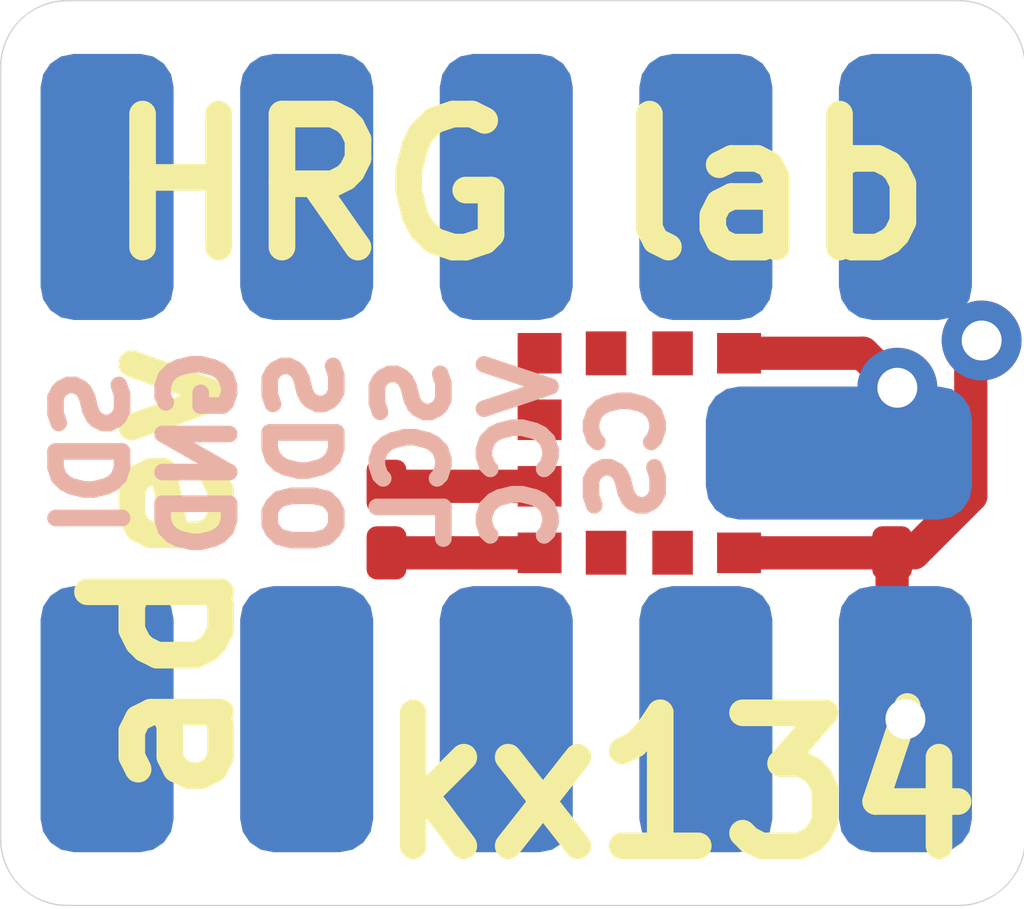
<source format=kicad_pcb>
(kicad_pcb (version 20221018) (generator pcbnew)
  (layers (0 "F.Cu" signal "Front") (31 "B.Cu" signal "Back") (34 "B.Paste" user) (35 "F.Paste" user) (36 "B.SilkS" user "B.Silkscreen") (37 "F.SilkS" user "F.Silkscreen") (38 "B.Mask" user) (39 "F.Mask" user) (44 "Edge.Cuts" user))
  (net 0 "")
  (net 4 "GND")
  (net 5 "+3.3V")
  (net 6 "/SDO")
  (net 7 "/SDI")
  (net 8 "/SCL")
  (net 9 "/CS")
  (footprint "Capacitor_SMD:C_01005_0402Metric" (layer "F.Cu") (at 141.9 91.5 -90)
    (fp_text reference "C1" hide)
    (fp_text value "1u" hide)
    (pad "1" smd roundrect (at -0.25 0 270) (size 0.4 0.3) (layers "F.Cu" "F.Mask") (net 4 "GND"))
    (pad "2" smd roundrect (at 0.25 0 270) (size 0.4 0.3) (layers "F.Cu" "F.Mask") (net 5 "+3.3V"))
  )
  (footprint "Capacitor_SMD:C_01005_0402Metric" (layer "F.Cu") (at 138.1 91.5 -90)
    (fp_text reference "C2" hide)
    (fp_text value "100n" hide)
    (pad "1" smd roundrect (at -0.25 0 270) (size 0.4 0.3) (layers "F.Cu" "F.Mask") (net 5 "+3.3V"))
    (pad "2" smd roundrect (at 0.25 0 270) (size 0.4 0.3) (layers "F.Cu" "F.Mask") (net 4 "GND"))
  )
  (footprint "00_custom-footprints:KX134-1211" (layer "F.Cu") (at 140 91)
    (fp_text reference "U1" hide)
    (fp_text value "KX134-1211" hide)
    (pad "1" smd rect (at -0.7493 -0.750001 90) (size 0.3048 0.3302) (layers "F.Cu" "F.Paste" "F.Mask") (net 6 "/SDO"))
    (pad "2" smd rect (at -0.7493 -0.25 90) (size 0.3048 0.3302) (layers "F.Cu" "F.Paste" "F.Mask") (net 7 "/SDI"))
    (pad "3" smd rect (at -0.7493 0.25 90) (size 0.3048 0.3302) (layers "F.Cu" "F.Paste" "F.Mask") (net 5 "+3.3V"))
    (pad "4" smd rect (at -0.7493 0.750001 90) (size 0.3048 0.3302) (layers "F.Cu" "F.Paste" "F.Mask") (net 4 "GND"))
    (pad "5" smd rect (at -0.25 0.7493) (size 0.3048 0.3302) (layers "F.Cu" "F.Paste" "F.Mask"))
    (pad "6" smd rect (at 0.25 0.7493) (size 0.3048 0.3302) (layers "F.Cu" "F.Paste" "F.Mask"))
    (pad "7" smd rect (at 0.7493 0.750001 90) (size 0.3048 0.3302) (layers "F.Cu" "F.Paste" "F.Mask") (net 5 "+3.3V"))
    (pad "8" smd rect (at 0.7493 0.25 90) (size 0.3048 0.3302) (layers "F.Cu" "F.Paste" "F.Mask") (net 4 "GND"))
    (pad "9" smd rect (at 0.7493 -0.25 90) (size 0.3048 0.3302) (layers "F.Cu" "F.Paste" "F.Mask") (net 4 "GND"))
    (pad "10" smd rect (at 0.7493 -0.750001 90) (size 0.3048 0.3302) (layers "F.Cu" "F.Paste" "F.Mask") (net 9 "/CS"))
    (pad "11" smd rect (at 0.25 -0.7493) (size 0.3048 0.3302) (layers "F.Cu" "F.Paste" "F.Mask"))
    (pad "12" smd rect (at -0.25 -0.7493) (size 0.3048 0.3302) (layers "F.Cu" "F.Paste" "F.Mask") (net 8 "/SCL"))
  )
  (footprint "Connector_Wire:SolderWirePad_1x01_SMD_1x2mm" (layer "B.Cu") (at 142 89 180)
    (fp_text reference "J10" hide)
    (fp_text value "Conn_01x01_Female" hide)
    (pad "1" smd roundrect (at 0 0 180) (size 1 2) (layers "B.Cu" "B.Paste" "B.Mask") (net 5 "+3.3V"))
  )
  (footprint "Connector_Wire:SolderWirePad_1x01_SMD_1x2mm" (layer "B.Cu") (at 139 89 180)
    (fp_text reference "J2" hide)
    (fp_text value "Conn_01x01_Female" hide)
    (pad "1" smd roundrect (at 0 0 180) (size 1 2) (layers "B.Cu" "B.Paste" "B.Mask") (net 6 "/SDO"))
  )
  (footprint "Connector_Wire:SolderWirePad_1x01_SMD_1x2mm" (layer "B.Cu") (at 142 93 180)
    (fp_text reference "J9" hide)
    (fp_text value "Conn_01x01_Female" hide)
    (pad "1" smd roundrect (at 0 0 180) (size 1 2) (layers "B.Cu" "B.Paste" "B.Mask") (net 5 "+3.3V"))
  )
  (footprint "Connector_Wire:SolderWirePad_1x01_SMD_1x2mm" (layer "B.Cu") (at 137.5 89 180)
    (fp_text reference "J7" hide)
    (fp_text value "Conn_01x01_Female" hide)
    (pad "1" smd roundrect (at 0 0 180) (size 1 2) (layers "B.Cu" "B.Paste" "B.Mask") (net 4 "GND"))
  )
  (footprint "Connector_Wire:SolderWirePad_1x01_SMD_1x2mm" (layer "B.Cu") (at 137.5 93 180)
    (fp_text reference "J8" hide)
    (fp_text value "Conn_01x01_Female" hide)
    (pad "1" smd roundrect (at 0 0 180) (size 1 2) (layers "B.Cu" "B.Paste" "B.Mask") (net 4 "GND"))
  )
  (footprint "Connector_Wire:SolderWirePad_1x01_SMD_1x2mm" (layer "B.Cu") (at 140.5 93 180)
    (fp_text reference "J6" hide)
    (fp_text value "Conn_01x01_Female" hide)
    (pad "1" smd roundrect (at 0 0 180) (size 1 2) (layers "B.Cu" "B.Paste" "B.Mask") (net 8 "/SCL"))
  )
  (footprint "Connector_Wire:SolderWirePad_1x01_SMD_1x2mm" (layer "B.Cu") (at 136 89 180)
    (fp_text reference "J3" hide)
    (fp_text value "Conn_01x01_Female" hide)
    (pad "1" smd roundrect (at 0 0 180) (size 1 2) (layers "B.Cu" "B.Paste" "B.Mask") (net 7 "/SDI"))
  )
  (footprint "Connector_Wire:SolderWirePad_1x01_SMD_1x2mm" (layer "B.Cu") (at 140.5 89 180)
    (fp_text reference "J5" hide)
    (fp_text value "Conn_01x01_Female" hide)
    (pad "1" smd roundrect (at 0 0 180) (size 1 2) (layers "B.Cu" "B.Paste" "B.Mask") (net 8 "/SCL"))
  )
  (footprint "Connector_Wire:SolderWirePad_1x01_SMD_1x2mm" (layer "B.Cu") (at 139 93 180)
    (fp_text reference "J1" hide)
    (fp_text value "Conn_01x01_Female" hide)
    (pad "1" smd roundrect (at 0 0 180) (size 1 2) (layers "B.Cu" "B.Paste" "B.Mask") (net 6 "/SDO"))
  )
  (footprint "Connector_Wire:SolderWirePad_1x01_SMD_1x2mm" (layer "B.Cu") (at 136 93 180)
    (fp_text reference "J4" hide)
    (fp_text value "Conn_01x01_Female" hide)
    (pad "1" smd roundrect (at 0 0 180) (size 1 2) (layers "B.Cu" "B.Paste" "B.Mask") (net 7 "/SDI"))
  )
  (footprint "Connector_Wire:SolderWirePad_1x01_SMD_1x2mm" (layer "B.Cu") (at 141.5 91 -90)
    (fp_text reference "J11" hide)
    (fp_text value "Conn_01x01_Female" hide)
    (pad "1" smd roundrect (at 0 0 270) (size 1 2) (layers "B.Cu" "B.Paste" "B.Mask") (net 9 "/CS"))
  )
  (gr_line (start 135.2 93.9) (end 135.2 88.1) (stroke (width 0.01)) (layer "Edge.Cuts"))
  (gr_arc (start 142.9 93.9) (mid 142.753553 94.253553) (end 142.4 94.4) (stroke (width 0.01)) (layer "Edge.Cuts"))
  (gr_arc (start 135.2 88.1) (mid 135.346447 87.746447) (end 135.7 87.6) (stroke (width 0.01)) (layer "Edge.Cuts"))
  (gr_arc (start 142.4 87.6) (mid 142.753553 87.746447) (end 142.9 88.1) (stroke (width 0.01)) (layer "Edge.Cuts"))
  (gr_line (start 142.4 94.4) (end 135.7 94.4) (stroke (width 0.01)) (layer "Edge.Cuts"))
  (gr_arc (start 135.7 94.4) (mid 135.346447 94.253553) (end 135.2 93.9) (stroke (width 0.01)) (layer "Edge.Cuts"))
  (gr_line (start 135.7 87.6) (end 142.4 87.6) (stroke (width 0.01)) (layer "Edge.Cuts"))
  (gr_line (start 142.9 88.1) (end 142.9 93.9) (stroke (width 0.01)) (layer "Edge.Cuts"))
  (gr_text "SDI\nGND\nSDO\nSCL\nVCC\nCS" (at 137.9 91 90) (layer "B.SilkS") (effects (font (size 0.5 0.5) (thickness 0.125) bold) (justify mirror)))
  (gr_text "HRG lab" (at 139.1 89) (layer "F.SilkS") (effects (font (size 1 1) (thickness 0.2))))
  (gr_text "kx134\n" (at 140.3 93.5) (layer "F.SilkS") (effects (font (size 1 1) (thickness 0.2))))
  (gr_text "adev" (at 136.4 91.9 90) (layer "F.SilkS") (effects (font (size 1 1) (thickness 0.2))))
  (segment (start 139.2507 91.750001) (end 138.1 91.75) (width 0.25) (layer "F.Cu") (net 4))
  (segment (start 140.7493 90.75) (end 141.4 90.75) (width 0.25) (layer "F.Cu") (net 4))
  (segment (start 140.7493 91.25) (end 141.9 91.25) (width 0.25) (layer "F.Cu") (net 4))
  (segment (start 141.4 90.75) (end 141.9 91.25) (width 0.25) (layer "F.Cu") (net 4))
  (segment (start 140.7493 91.750001) (end 141.9 91.75) (width 0.25) (layer "F.Cu") (net 5))
  (segment (start 141.9 91.75) (end 141.9 92.9) (width 0.25) (layer "F.Cu") (net 5))
  (segment (start 142.491204 91.321244) (end 142.062448 91.75) (width 0.25) (layer "F.Cu") (net 5))
  (segment (start 139.2507 91.25) (end 138.1 91.25) (width 0.25) (layer "F.Cu") (net 5))
  (segment (start 142.491204 90.235974) (end 142.491204 91.321244) (width 0.25) (layer "F.Cu") (net 5))
  (segment (start 141.9 92.9) (end 142 93) (width 0.25) (layer "F.Cu") (net 5))
  (segment (start 142.062448 91.75) (end 141.9 91.75) (width 0.25) (layer "F.Cu") (net 5))
  (segment (start 142.573011 90.154167) (end 142.491204 90.235974) (width 0.25) (layer "F.Cu") (net 5))
  (via (at 142 93) (size 0.6) (drill 0.3) (layers "F.Cu" "B.Cu") (net 5))
  (via (at 142.573011 90.154167) (size 0.6) (drill 0.3) (layers "F.Cu" "B.Cu") (net 5))
  (segment (start 140.7493 90.249999) (end 141.679938 90.249999) (width 0.25) (layer "F.Cu") (net 9))
  (segment (start 141.679938 90.249999) (end 141.939204 90.509265) (width 0.25) (layer "F.Cu") (net 9))
  (via (at 141.939204 90.509265) (size 0.6) (drill 0.3) (layers "F.Cu" "B.Cu") (net 9))
)
</source>
